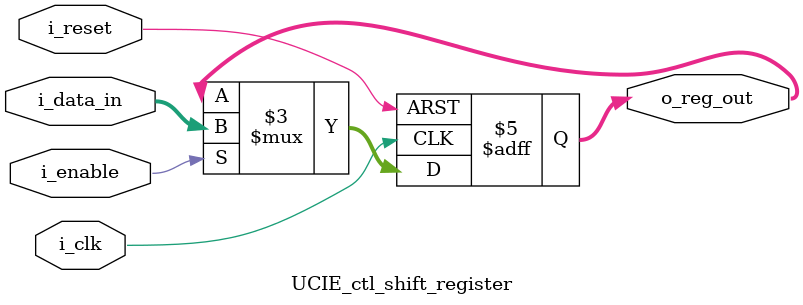
<source format=v>
module UCIE_ctl_shift_register #(
  parameter N = 32  // Width of the input data (can vary)
) (
  input  wire           i_clk,      // Clock signal
  input  wire           i_reset,    // Reset signal (active high)
  input  wire           i_enable,   // Enable signal (active high)
  input  wire [N-1:0]   i_data_in,  // Parameterized input data
  output reg  [31:0]    o_reg_out   // Fixed 32-bit shift register output
);

  always @(posedge i_clk or negedge i_reset) begin
    if (!i_reset) begin
      // Reset the register to 0
      o_reg_out <= 32'b0;
    end else if (i_enable) begin
      // Shift and load new data
      o_reg_out <= {o_reg_out[N-1:0], i_data_in};
    end
  end

endmodule

</source>
